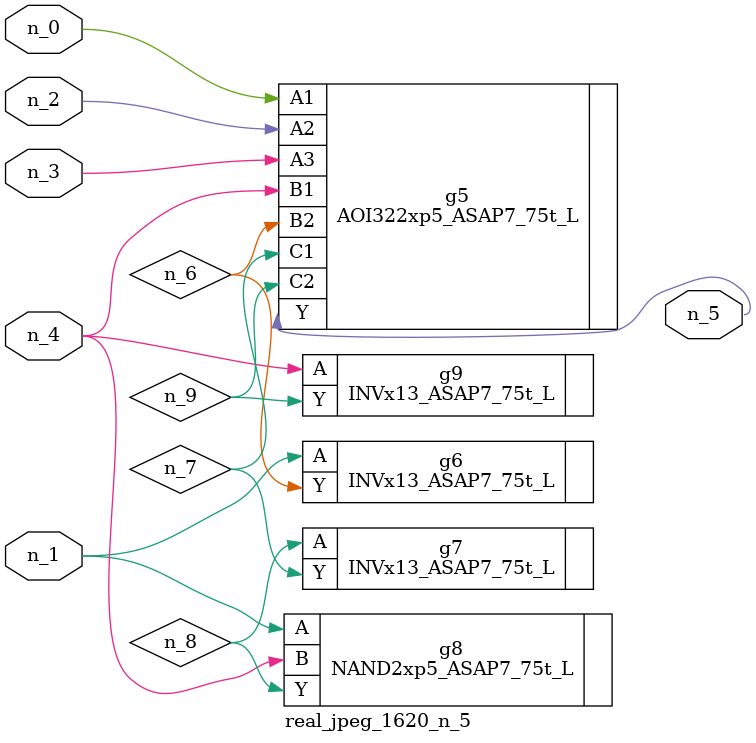
<source format=v>
module real_jpeg_1620_n_5 (n_4, n_0, n_1, n_2, n_3, n_5);

input n_4;
input n_0;
input n_1;
input n_2;
input n_3;

output n_5;

wire n_8;
wire n_6;
wire n_7;
wire n_9;

AOI322xp5_ASAP7_75t_L g5 ( 
.A1(n_0),
.A2(n_2),
.A3(n_3),
.B1(n_4),
.B2(n_6),
.C1(n_7),
.C2(n_9),
.Y(n_5)
);

INVx13_ASAP7_75t_L g6 ( 
.A(n_1),
.Y(n_6)
);

NAND2xp5_ASAP7_75t_L g8 ( 
.A(n_1),
.B(n_4),
.Y(n_8)
);

INVx13_ASAP7_75t_L g9 ( 
.A(n_4),
.Y(n_9)
);

INVx13_ASAP7_75t_L g7 ( 
.A(n_8),
.Y(n_7)
);


endmodule
</source>
